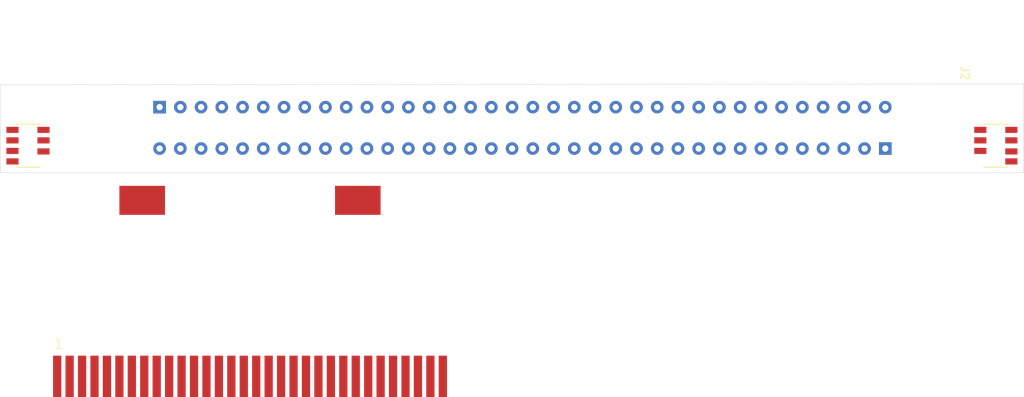
<source format=kicad_pcb>
(kicad_pcb (version 20240108) (generator "pcbnew") (generator_version "8.0")
  (layers (0 "F.Cu" signal) (31 "B.Cu" signal) (34 "B.Paste" user) (35 "F.Paste" user) (36 "B.SilkS" user "B.Silkscreen") (37 "F.SilkS" user "F.Silkscreen") (38 "B.Mask" user) (39 "F.Mask" user) (44 "Edge.Cuts" user))
  (net 0 "")
  (net 1 "A0")
  (net 2 "D33")
  (net 3 "D35")
  (net 4 "A3")
  (net 5 "A15")
  (net 6 "A4")
  (net 7 "D6")
  (net 8 "D32")
  (net 9 "D7")
  (net 10 "D16")
  (net 11 "A2")
  (net 12 "A10")
  (net 13 "D8")
  (net 14 "A9")
  (net 15 "D9")
  (net 16 "D17")
  (net 17 "A8")
  (net 18 "A6")
  (net 19 "D30")
  (net 20 "VCC")
  (net 21 "A7")
  (net 22 "A1")
  (net 23 "D36")
  (net 24 "D37")
  (net 25 "A13")
  (net 26 "A11")
  (net 27 "GND")
  (net 28 "D31")
  (net 29 "A14")
  (net 30 "A5")
  (net 31 "D34")
  (net 32 "A12")
  (footprint "!MiniReader:UNIVERSAL_NES" (layer "F.Cu") (at 86.5 28.245)
    (property "Reference" "J2" (at 54.6 -6.5 -90) (layer "F.SilkS"))
    (property "Value" "UNIVERSAL NES")
    (fp_line (start -59.7 -0.29) (end -59.7 -0.35) (stroke (width 0.12)) (layer "F.SilkS"))
    (fp_line (start -59.7 4.85) (end -59.7 4.79) (stroke (width 0.12)) (layer "F.SilkS"))
    (fp_line (start -57.04 -0.29) (end -57.04 -0.35) (stroke (width 0.12)) (layer "F.SilkS"))
    (fp_line (start -57.04 4.85) (end -57.04 4.79) (stroke (width 0.12)) (layer "F.SilkS"))
    (fp_line (start -56.885 -0.35) (end -59.855 -0.35) (stroke (width 0.12)) (layer "F.SilkS"))
    (fp_line (start -56.885 4.85) (end -59.855 4.85) (stroke (width 0.12)) (layer "F.SilkS"))
    (fp_line (start 57 -0.29) (end 57 -0.35) (stroke (width 0.12)) (layer "F.SilkS"))
    (fp_line (start 57 4.85) (end 57 4.79) (stroke (width 0.12)) (layer "F.SilkS"))
    (fp_line (start 59.66 -0.29) (end 59.66 -0.35) (stroke (width 0.12)) (layer "F.SilkS"))
    (fp_line (start 59.66 4.85) (end 59.66 4.79) (stroke (width 0.12)) (layer "F.SilkS"))
    (fp_line (start 59.815 -0.35) (end 56.845 -0.35) (stroke (width 0.12)) (layer "F.SilkS"))
    (fp_line (start 59.815 4.85) (end 56.845 4.85) (stroke (width 0.12)) (layer "F.SilkS"))
    (fp_line (start -61.7 -5.1) (end 61.7 -5.2) (stroke (width 0.05)) (layer "Edge.Cuts"))
    (fp_line (start -61.7 5.5) (end -61.7 -5.1) (stroke (width 0.05)) (layer "Edge.Cuts"))
    (fp_line (start 61.7 -5.2) (end 61.7 5.5) (stroke (width 0.05)) (layer "Edge.Cuts"))
    (fp_line (start 61.7 5.5) (end -61.7 5.5) (stroke (width 0.05)) (layer "Edge.Cuts"))
    (pad "1" thru_hole rect (at -42.5 -2.4 90) (size 1.524 1.524) (drill 0.762) (layers "*.Cu" "*.Mask"))
    (pad "2" thru_hole circle (at -40 -2.4 90) (size 1.524 1.524) (drill 0.762) (layers "*.Cu" "*.Mask") (net 1 "A0"))
    (pad "3" thru_hole circle (at -37.5 -2.4 90) (size 1.524 1.524) (drill 0.762) (layers "*.Cu" "*.Mask"))
    (pad "4" thru_hole circle (at -35 -2.4 90) (size 1.524 1.524) (drill 0.762) (layers "*.Cu" "*.Mask"))
    (pad "5" thru_hole circle (at -32.5 -2.4 90) (size 1.524 1.524) (drill 0.762) (layers "*.Cu" "*.Mask"))
    (pad "6" thru_hole circle (at -30 -2.4 90) (size 1.524 1.524) (drill 0.762) (layers "*.Cu" "*.Mask") (net 5 "A15"))
    (pad "7" thru_hole circle (at -27.5 -2.4 90) (size 1.524 1.524) (drill 0.762) (layers "*.Cu" "*.Mask") (net 29 "A14"))
    (pad "8" thru_hole circle (at -25 -2.4 90) (size 1.524 1.524) (drill 0.762) (layers "*.Cu" "*.Mask") (net 25 "A13"))
    (pad "9" thru_hole circle (at -22.5 -2.4 90) (size 1.524 1.524) (drill 0.762) (layers "*.Cu" "*.Mask") (net 32 "A12"))
    (pad "10" thru_hole circle (at -20 -2.4 90) (size 1.524 1.524) (drill 0.762) (layers "*.Cu" "*.Mask") (net 26 "A11"))
    (pad "11" thru_hole circle (at -17.5 -2.4 90) (size 1.524 1.524) (drill 0.762) (layers "*.Cu" "*.Mask") (net 12 "A10"))
    (pad "12" thru_hole circle (at -15 -2.4 90) (size 1.524 1.524) (drill 0.762) (layers "*.Cu" "*.Mask") (net 14 "A9"))
    (pad "13" thru_hole circle (at -12.5 -2.4 90) (size 1.524 1.524) (drill 0.762) (layers "*.Cu" "*.Mask") (net 17 "A8"))
    (pad "14" thru_hole circle (at -10 -2.4 90) (size 1.524 1.524) (drill 0.762) (layers "*.Cu" "*.Mask") (net 22 "A1"))
    (pad "15" thru_hole circle (at -7.5 -2.4 90) (size 1.524 1.524) (drill 0.762) (layers "*.Cu" "*.Mask") (net 13 "D8"))
    (pad "16" thru_hole circle (at -5 -2.4 90) (size 1.524 1.524) (drill 0.762) (layers "*.Cu" "*.Mask") (net 9 "D7"))
    (pad "17" thru_hole circle (at -2.5 -2.4 90) (size 1.524 1.524) (drill 0.762) (layers "*.Cu" "*.Mask") (net 7 "D6"))
    (pad "18" thru_hole circle (at 0 -2.4 90) (size 1.524 1.524) (drill 0.762) (layers "*.Cu" "*.Mask") (net 10 "D16"))
    (pad "19" thru_hole circle (at 2.5 -2.4 90) (size 1.524 1.524) (drill 0.762) (layers "*.Cu" "*.Mask") (net 16 "D17"))
    (pad "20" thru_hole circle (at 5 -2.4 90) (size 1.524 1.524) (drill 0.762) (layers "*.Cu" "*.Mask") (net 11 "A2"))
    (pad "21" thru_hole circle (at 7.5 -2.4 90) (size 1.524 1.524) (drill 0.762) (layers "*.Cu" "*.Mask") (net 4 "A3"))
    (pad "22" thru_hole circle (at 10 -2.4 90) (size 1.524 1.524) (drill 0.762) (layers "*.Cu" "*.Mask") (net 6 "A4"))
    (pad "23" thru_hole circle (at 12.5 -2.4 90) (size 1.524 1.524) (drill 0.762) (layers "*.Cu" "*.Mask"))
    (pad "24" thru_hole circle (at 15 -2.4 90) (size 1.524 1.524) (drill 0.762) (layers "*.Cu" "*.Mask"))
    (pad "25" thru_hole circle (at 17.5 -2.4 90) (size 1.524 1.524) (drill 0.762) (layers "*.Cu" "*.Mask"))
    (pad "26" thru_hole circle (at 20 -2.4 90) (size 1.524 1.524) (drill 0.762) (layers "*.Cu" "*.Mask"))
    (pad "27" thru_hole circle (at 22.5 -2.4 90) (size 1.524 1.524) (drill 0.762) (layers "*.Cu" "*.Mask"))
    (pad "28" thru_hole circle (at 25 -2.4 90) (size 1.524 1.524) (drill 0.762) (layers "*.Cu" "*.Mask"))
    (pad "29" thru_hole circle (at 27.5 -2.4 90) (size 1.524 1.524) (drill 0.762) (layers "*.Cu" "*.Mask"))
    (pad "30" thru_hole circle (at 30 -2.4 90) (size 1.524 1.524) (drill 0.762) (layers "*.Cu" "*.Mask") (net 5 "A15"))
    (pad "31" thru_hole circle (at 32.5 -2.4 90) (size 1.524 1.524) (drill 0.762) (layers "*.Cu" "*.Mask") (net 29 "A14"))
    (pad "32" thru_hole circle (at 35 -2.4 90) (size 1.524 1.524) (drill 0.762) (layers "*.Cu" "*.Mask") (net 25 "A13"))
    (pad "33" thru_hole circle (at 37.5 -2.4 90) (size 1.524 1.524) (drill 0.762) (layers "*.Cu" "*.Mask") (net 32 "A12"))
    (pad "34" thru_hole circle (at 40 -2.4 90) (size 1.524 1.524) (drill 0.762) (layers "*.Cu" "*.Mask"))
    (pad "35" thru_hole circle (at 42.5 -2.4 90) (size 1.524 1.524) (drill 0.762) (layers "*.Cu" "*.Mask"))
    (pad "36" thru_hole circle (at 45 -2.4 90) (size 1.524 1.524) (drill 0.762) (layers "*.Cu" "*.Mask"))
    (pad "37" thru_hole circle (at -42.5 2.6 90) (size 1.524 1.524) (drill 0.762) (layers "*.Cu" "*.Mask") (net 27 "GND"))
    (pad "38" thru_hole circle (at -40 2.6 90) (size 1.524 1.524) (drill 0.762) (layers "*.Cu" "*.Mask"))
    (pad "39" thru_hole circle (at -37.5 2.6 90) (size 1.524 1.524) (drill 0.762) (layers "*.Cu" "*.Mask"))
    (pad "40" thru_hole circle (at -35 2.6 90) (size 1.524 1.524) (drill 0.762) (layers "*.Cu" "*.Mask"))
    (pad "41" thru_hole circle (at -32.5 2.6 90) (size 1.524 1.524) (drill 0.762) (layers "*.Cu" "*.Mask"))
    (pad "42" thru_hole circle (at -30 2.6 90) (size 1.524 1.524) (drill 0.762) (layers "*.Cu" "*.Mask"))
    (pad "43" thru_hole circle (at -27.5 2.6 90) (size 1.524 1.524) (drill 0.762) (layers "*.Cu" "*.Mask"))
    (pad "44" thru_hole circle (at -25 2.6 90) (size 1.524 1.524) (drill 0.762) (layers "*.Cu" "*.Mask"))
    (pad "45" thru_hole circle (at -22.5 2.6 90) (size 1.524 1.524) (drill 0.762) (layers "*.Cu" "*.Mask"))
    (pad "46" thru_hole circle (at -20 2.6 90) (size 1.524 1.524) (drill 0.762) (layers "*.Cu" "*.Mask"))
    (pad "47" thru_hole circle (at -17.5 2.6 90) (size 1.524 1.524) (drill 0.762) (layers "*.Cu" "*.Mask"))
    (pad "48" thru_hole circle (at -15 2.6 90) (size 1.524 1.524) (drill 0.762) (layers "*.Cu" "*.Mask"))
    (pad "49" thru_hole circle (at -12.5 2.6 90) (size 1.524 1.524) (drill 0.762) (layers "*.Cu" "*.Mask"))
    (pad "50" thru_hole circle (at -10 2.6 90) (size 1.524 1.524) (drill 0.762) (layers "*.Cu" "*.Mask") (net 21 "A7"))
    (pad "51" thru_hole circle (at -7.5 2.6 90) (size 1.524 1.524) (drill 0.762) (layers "*.Cu" "*.Mask") (net 18 "A6"))
    (pad "52" thru_hole circle (at -5 2.6 90) (size 1.524 1.524) (drill 0.762) (layers "*.Cu" "*.Mask") (net 31 "D34"))
    (pad "53" thru_hole circle (at -2.5 2.6 90) (size 1.524 1.524) (drill 0.762) (layers "*.Cu" "*.Mask") (net 2 "D33"))
    (pad "54" thru_hole circle (at 0 2.6 90) (size 1.524 1.524) (drill 0.762) (layers "*.Cu" "*.Mask") (net 8 "D32"))
    (pad "55" thru_hole circle (at 2.5 2.6 90) (size 1.524 1.524) (drill 0.762) (layers "*.Cu" "*.Mask") (net 28 "D31"))
    (pad "56" thru_hole circle (at 5 2.6 90) (size 1.524 1.524) (drill 0.762) (layers "*.Cu" "*.Mask") (net 19 "D30"))
    (pad "57" thru_hole circle (at 7.5 2.6 90) (size 1.524 1.524) (drill 0.762) (layers "*.Cu" "*.Mask") (net 30 "A5"))
    (pad "58" thru_hole circle (at 10 2.6 90) (size 1.524 1.524) (drill 0.762) (layers "*.Cu" "*.Mask") (net 3 "D35"))
    (pad "59" thru_hole circle (at 12.5 2.6 90) (size 1.524 1.524) (drill 0.762) (layers "*.Cu" "*.Mask"))
    (pad "60" thru_hole circle (at 15 2.6 90) (size 1.524 1.524) (drill 0.762) (layers "*.Cu" "*.Mask"))
    (pad "61" thru_hole circle (at 17.5 2.6 90) (size 1.524 1.524) (drill 0.762) (layers "*.Cu" "*.Mask"))
    (pad "62" thru_hole circle (at 20 2.6 90) (size 1.524 1.524) (drill 0.762) (layers "*.Cu" "*.Mask"))
    (pad "63" thru_hole circle (at 22.5 2.6 90) (size 1.524 1.524) (drill 0.762) (layers "*.Cu" "*.Mask"))
    (pad "64" thru_hole circle (at 25 2.6 90) (size 1.524 1.524) (drill 0.762) (layers "*.Cu" "*.Mask"))
    (pad "65" thru_hole circle (at 27.5 2.6 90) (size 1.524 1.524) (drill 0.762) (layers "*.Cu" "*.Mask"))
    (pad "66" thru_hole circle (at 30 2.6 90) (size 1.524 1.524) (drill 0.762) (layers "*.Cu" "*.Mask") (net 17 "A8"))
    (pad "67" thru_hole circle (at 32.5 2.6 90) (size 1.524 1.524) (drill 0.762) (layers "*.Cu" "*.Mask") (net 14 "A9"))
    (pad "68" thru_hole circle (at 35 2.6 90) (size 1.524 1.524) (drill 0.762) (layers "*.Cu" "*.Mask") (net 12 "A10"))
    (pad "69" thru_hole circle (at 37.5 2.6 90) (size 1.524 1.524) (drill 0.762) (layers "*.Cu" "*.Mask") (net 26 "A11"))
    (pad "70" thru_hole circle (at 40 2.6 90) (size 1.524 1.524) (drill 0.762) (layers "*.Cu" "*.Mask"))
    (pad "71" thru_hole circle (at 42.5 2.6 90) (size 1.524 1.524) (drill 0.762) (layers "*.Cu" "*.Mask"))
    (pad "72" thru_hole rect (at 45 2.6 90) (size 1.524 1.524) (drill 0.762) (layers "*.Cu" "*.Mask") (net 20 "VCC"))
    (pad "74" smd rect (at -60.24 0.345 180) (size 1.47 0.74) (layers "F.Cu" "F.Paste" "F.Mask"))
    (pad "75" smd rect (at -60.24 1.615 180) (size 1.47 0.74) (layers "F.Cu" "F.Paste" "F.Mask"))
    (pad "76" smd rect (at -60.24 2.885 180) (size 1.47 0.74) (layers "F.Cu" "F.Paste" "F.Mask"))
    (pad "77" smd rect (at -60.24 4.155 180) (size 1.47 0.74) (layers "F.Cu" "F.Paste" "F.Mask"))
    (pad "78" smd rect (at 56.46 0.345 180) (size 1.47 0.74) (layers "F.Cu" "F.Paste" "F.Mask") (net 15 "D9"))
    (pad "79" smd rect (at 56.46 1.615 180) (size 1.47 0.74) (layers "F.Cu" "F.Paste" "F.Mask"))
    (pad "80" smd rect (at 56.46 2.885 180) (size 1.47 0.74) (layers "F.Cu" "F.Paste" "F.Mask"))
    (pad "81" smd rect (at -56.5 0.345 180) (size 1.47 0.74) (layers "F.Cu" "F.Paste" "F.Mask"))
    (pad "82" smd rect (at -56.5 1.615 180) (size 1.47 0.74) (layers "F.Cu" "F.Paste" "F.Mask"))
    (pad "83" smd rect (at -56.5 2.95 180) (size 1.47 0.74) (layers "F.Cu" "F.Paste" "F.Mask"))
    (pad "84" smd rect (at 60.2 0.345 180) (size 1.47 0.74) (layers "F.Cu" "F.Paste" "F.Mask") (net 24 "D37"))
    (pad "85" smd rect (at 60.2 1.615 180) (size 1.47 0.74) (layers "F.Cu" "F.Paste" "F.Mask") (net 23 "D36"))
    (pad "86" smd rect (at 60.2 2.95 180) (size 1.47 0.74) (layers "F.Cu" "F.Paste" "F.Mask"))
    (pad "87" smd rect (at 60.2 4.155 180) (size 1.47 0.74) (layers "F.Cu" "F.Paste" "F.Mask"))
  )
  (footprint "!OSCR:GBA_Slot" (layer "F.Cu") (at 54.9 53.35 90)
    (property "Reference" "J1" (hide yes))
    (property "Value" "GBA_Slot" (hide yes))
    (fp_text user "1" (at -1.79 -23.68 360) (layer "F.SilkS") (effects (font (size 1.2065 1.2065) (thickness 0.1016)) (justify left bottom)))
    (pad "" np_thru_hole circle (at 3.5 -13 90) (size 2.2 2.2) (drill 2.2) (layers "*.Cu" "*.Mask"))
    (pad "" np_thru_hole circle (at 3.5 13 90) (size 2.2 2.2) (drill 2.2) (layers "*.Cu" "*.Mask"))
    (pad "1" smd rect (at -5 -23.25 270) (size 5 1) (layers "F.Cu" "F.Paste" "F.Mask") (net 20 "VCC"))
    (pad "2" smd rect (at -5 -21.75 270) (size 5 1) (layers "F.Cu" "F.Paste" "F.Mask") (net 10 "D16"))
    (pad "3" smd rect (at -5 -20.25 270) (size 5 1) (layers "F.Cu" "F.Paste" "F.Mask") (net 13 "D8"))
    (pad "4" smd rect (at -5 -18.75 270) (size 5 1) (layers "F.Cu" "F.Paste" "F.Mask") (net 15 "D9"))
    (pad "5" smd rect (at -5 -17.25 270) (size 5 1) (layers "F.Cu" "F.Paste" "F.Mask") (net 7 "D6"))
    (pad "6" smd rect (at -5 -15.75 270) (size 5 1) (layers "F.Cu" "F.Paste" "F.Mask") (net 1 "A0"))
    (pad "7" smd rect (at -5 -14.25 270) (size 5 1) (layers "F.Cu" "F.Paste" "F.Mask") (net 22 "A1"))
    (pad "8" smd rect (at -5 -12.75 270) (size 5 1) (layers "F.Cu" "F.Paste" "F.Mask") (net 11 "A2"))
    (pad "9" smd rect (at -5 -11.25 270) (size 5 1) (layers "F.Cu" "F.Paste" "F.Mask") (net 4 "A3"))
    (pad "10" smd rect (at -5 -9.75 270) (size 5 1) (layers "F.Cu" "F.Paste" "F.Mask") (net 6 "A4"))
    (pad "11" smd rect (at -5 -8.25 270) (size 5 1) (layers "F.Cu" "F.Paste" "F.Mask") (net 30 "A5"))
    (pad "12" smd rect (at -5 -6.75 270) (size 5 1) (layers "F.Cu" "F.Paste" "F.Mask") (net 18 "A6"))
    (pad "13" smd rect (at -5 -5.25 270) (size 5 1) (layers "F.Cu" "F.Paste" "F.Mask") (net 21 "A7"))
    (pad "14" smd rect (at -5 -3.75 270) (size 5 1) (layers "F.Cu" "F.Paste" "F.Mask") (net 17 "A8"))
    (pad "15" smd rect (at -5 -2.25 270) (size 5 1) (layers "F.Cu" "F.Paste" "F.Mask") (net 14 "A9"))
    (pad "16" smd rect (at -5 -0.75 270) (size 5 1) (layers "F.Cu" "F.Paste" "F.Mask") (net 12 "A10"))
    (pad "17" smd rect (at -5 0.75 270) (size 5 1) (layers "F.Cu" "F.Paste" "F.Mask") (net 26 "A11"))
    (pad "18" smd rect (at -5 2.25 270) (size 5 1) (layers "F.Cu" "F.Paste" "F.Mask") (net 32 "A12"))
    (pad "19" smd rect (at -5 3.75 270) (size 5 1) (layers "F.Cu" "F.Paste" "F.Mask") (net 25 "A13"))
    (pad "20" smd rect (at -5 5.25 270) (size 5 1) (layers "F.Cu" "F.Paste" "F.Mask") (net 29 "A14"))
    (pad "21" smd rect (at -5 6.75 270) (size 5 1) (layers "F.Cu" "F.Paste" "F.Mask") (net 5 "A15"))
    (pad "22" smd rect (at -5 8.25 270) (size 5 1) (layers "F.Cu" "F.Paste" "F.Mask") (net 24 "D37"))
    (pad "23" smd rect (at -5 9.75 270) (size 5 1) (layers "F.Cu" "F.Paste" "F.Mask") (net 23 "D36"))
    (pad "24" smd rect (at -5 11.25 270) (size 5 1) (layers "F.Cu" "F.Paste" "F.Mask") (net 3 "D35"))
    (pad "25" smd rect (at -5 12.75 270) (size 5 1) (layers "F.Cu" "F.Paste" "F.Mask") (net 31 "D34"))
    (pad "26" smd rect (at -5 14.25 270) (size 5 1) (layers "F.Cu" "F.Paste" "F.Mask") (net 2 "D33"))
    (pad "27" smd rect (at -5 15.75 270) (size 5 1) (layers "F.Cu" "F.Paste" "F.Mask") (net 8 "D32"))
    (pad "28" smd rect (at -5 17.25 270) (size 5 1) (layers "F.Cu" "F.Paste" "F.Mask") (net 28 "D31"))
    (pad "29" smd rect (at -5 18.75 270) (size 5 1) (layers "F.Cu" "F.Paste" "F.Mask") (net 19 "D30"))
    (pad "30" smd rect (at -5 20.25 270) (size 5 1) (layers "F.Cu" "F.Paste" "F.Mask") (net 16 "D17"))
    (pad "31" smd rect (at -5 21.75 270) (size 5 1) (layers "F.Cu" "F.Paste" "F.Mask") (net 9 "D7"))
    (pad "32" smd rect (at -5 23.25 270) (size 5 1) (layers "F.Cu" "F.Paste" "F.Mask") (net 27 "GND"))
    (pad "SHIELD_3" smd rect (at 16.25 -13) (size 5.5 3.5) (layers "F.Cu" "F.Paste" "F.Mask"))
    (pad "SHIELD_4" smd rect (at 16.25 13) (size 5.5 3.5) (layers "F.Cu" "F.Paste" "F.Mask"))
  )
)
</source>
